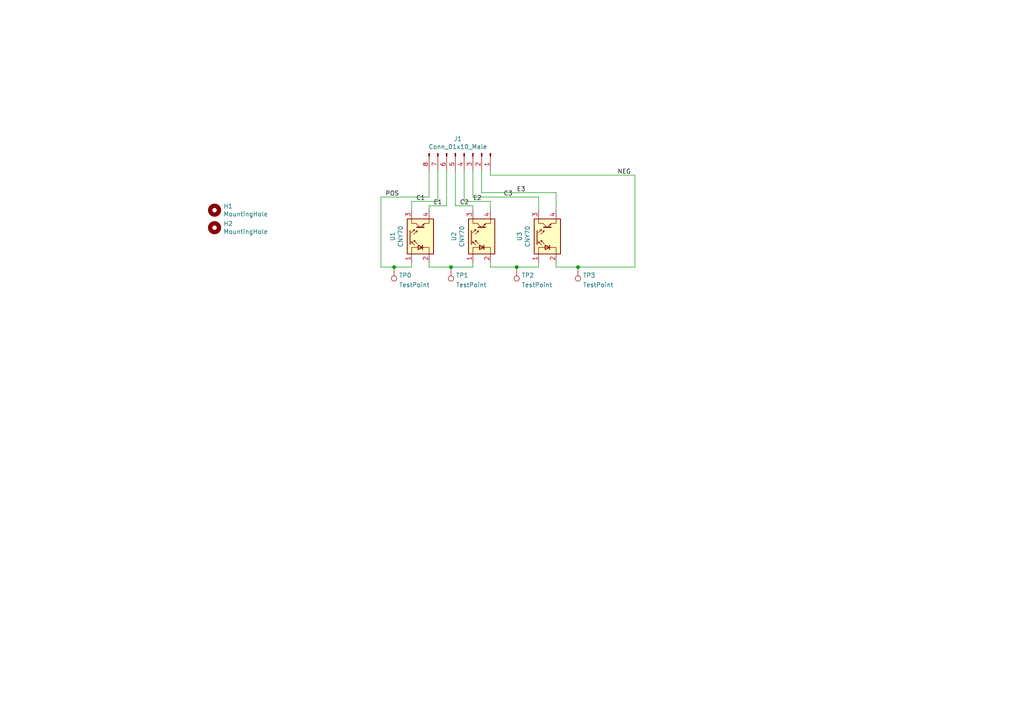
<source format=kicad_sch>
(kicad_sch (version 20211123) (generator eeschema)

  (uuid 0a7bd530-308f-472e-a3a1-c6642f4cc8a9)

  (paper "A4")

  (lib_symbols
    (symbol "Connector:Conn_01x08_Male" (pin_names (offset 1.016) hide) (in_bom yes) (on_board yes)
      (property "Reference" "J" (id 0) (at 0 10.16 0)
        (effects (font (size 1.27 1.27)))
      )
      (property "Value" "Conn_01x08_Male" (id 1) (at 0 -12.7 0)
        (effects (font (size 1.27 1.27)))
      )
      (property "Footprint" "" (id 2) (at 0 0 0)
        (effects (font (size 1.27 1.27)) hide)
      )
      (property "Datasheet" "~" (id 3) (at 0 0 0)
        (effects (font (size 1.27 1.27)) hide)
      )
      (property "ki_keywords" "connector" (id 4) (at 0 0 0)
        (effects (font (size 1.27 1.27)) hide)
      )
      (property "ki_description" "Generic connector, single row, 01x08, script generated (kicad-library-utils/schlib/autogen/connector/)" (id 5) (at 0 0 0)
        (effects (font (size 1.27 1.27)) hide)
      )
      (property "ki_fp_filters" "Connector*:*_1x??_*" (id 6) (at 0 0 0)
        (effects (font (size 1.27 1.27)) hide)
      )
      (symbol "Conn_01x08_Male_1_1"
        (polyline
          (pts
            (xy 1.27 -10.16)
            (xy 0.8636 -10.16)
          )
          (stroke (width 0.1524) (type default) (color 0 0 0 0))
          (fill (type none))
        )
        (polyline
          (pts
            (xy 1.27 -7.62)
            (xy 0.8636 -7.62)
          )
          (stroke (width 0.1524) (type default) (color 0 0 0 0))
          (fill (type none))
        )
        (polyline
          (pts
            (xy 1.27 -5.08)
            (xy 0.8636 -5.08)
          )
          (stroke (width 0.1524) (type default) (color 0 0 0 0))
          (fill (type none))
        )
        (polyline
          (pts
            (xy 1.27 -2.54)
            (xy 0.8636 -2.54)
          )
          (stroke (width 0.1524) (type default) (color 0 0 0 0))
          (fill (type none))
        )
        (polyline
          (pts
            (xy 1.27 0)
            (xy 0.8636 0)
          )
          (stroke (width 0.1524) (type default) (color 0 0 0 0))
          (fill (type none))
        )
        (polyline
          (pts
            (xy 1.27 2.54)
            (xy 0.8636 2.54)
          )
          (stroke (width 0.1524) (type default) (color 0 0 0 0))
          (fill (type none))
        )
        (polyline
          (pts
            (xy 1.27 5.08)
            (xy 0.8636 5.08)
          )
          (stroke (width 0.1524) (type default) (color 0 0 0 0))
          (fill (type none))
        )
        (polyline
          (pts
            (xy 1.27 7.62)
            (xy 0.8636 7.62)
          )
          (stroke (width 0.1524) (type default) (color 0 0 0 0))
          (fill (type none))
        )
        (rectangle (start 0.8636 -10.033) (end 0 -10.287)
          (stroke (width 0.1524) (type default) (color 0 0 0 0))
          (fill (type outline))
        )
        (rectangle (start 0.8636 -7.493) (end 0 -7.747)
          (stroke (width 0.1524) (type default) (color 0 0 0 0))
          (fill (type outline))
        )
        (rectangle (start 0.8636 -4.953) (end 0 -5.207)
          (stroke (width 0.1524) (type default) (color 0 0 0 0))
          (fill (type outline))
        )
        (rectangle (start 0.8636 -2.413) (end 0 -2.667)
          (stroke (width 0.1524) (type default) (color 0 0 0 0))
          (fill (type outline))
        )
        (rectangle (start 0.8636 0.127) (end 0 -0.127)
          (stroke (width 0.1524) (type default) (color 0 0 0 0))
          (fill (type outline))
        )
        (rectangle (start 0.8636 2.667) (end 0 2.413)
          (stroke (width 0.1524) (type default) (color 0 0 0 0))
          (fill (type outline))
        )
        (rectangle (start 0.8636 5.207) (end 0 4.953)
          (stroke (width 0.1524) (type default) (color 0 0 0 0))
          (fill (type outline))
        )
        (rectangle (start 0.8636 7.747) (end 0 7.493)
          (stroke (width 0.1524) (type default) (color 0 0 0 0))
          (fill (type outline))
        )
        (pin passive line (at 5.08 7.62 180) (length 3.81)
          (name "Pin_1" (effects (font (size 1.27 1.27))))
          (number "1" (effects (font (size 1.27 1.27))))
        )
        (pin passive line (at 5.08 5.08 180) (length 3.81)
          (name "Pin_2" (effects (font (size 1.27 1.27))))
          (number "2" (effects (font (size 1.27 1.27))))
        )
        (pin passive line (at 5.08 2.54 180) (length 3.81)
          (name "Pin_3" (effects (font (size 1.27 1.27))))
          (number "3" (effects (font (size 1.27 1.27))))
        )
        (pin passive line (at 5.08 0 180) (length 3.81)
          (name "Pin_4" (effects (font (size 1.27 1.27))))
          (number "4" (effects (font (size 1.27 1.27))))
        )
        (pin passive line (at 5.08 -2.54 180) (length 3.81)
          (name "Pin_5" (effects (font (size 1.27 1.27))))
          (number "5" (effects (font (size 1.27 1.27))))
        )
        (pin passive line (at 5.08 -5.08 180) (length 3.81)
          (name "Pin_6" (effects (font (size 1.27 1.27))))
          (number "6" (effects (font (size 1.27 1.27))))
        )
        (pin passive line (at 5.08 -7.62 180) (length 3.81)
          (name "Pin_7" (effects (font (size 1.27 1.27))))
          (number "7" (effects (font (size 1.27 1.27))))
        )
        (pin passive line (at 5.08 -10.16 180) (length 3.81)
          (name "Pin_8" (effects (font (size 1.27 1.27))))
          (number "8" (effects (font (size 1.27 1.27))))
        )
      )
    )
    (symbol "Connector:TestPoint" (pin_numbers hide) (pin_names (offset 0.762) hide) (in_bom yes) (on_board yes)
      (property "Reference" "TP" (id 0) (at 0 6.858 0)
        (effects (font (size 1.27 1.27)))
      )
      (property "Value" "TestPoint" (id 1) (at 0 5.08 0)
        (effects (font (size 1.27 1.27)))
      )
      (property "Footprint" "" (id 2) (at 5.08 0 0)
        (effects (font (size 1.27 1.27)) hide)
      )
      (property "Datasheet" "~" (id 3) (at 5.08 0 0)
        (effects (font (size 1.27 1.27)) hide)
      )
      (property "ki_keywords" "test point tp" (id 4) (at 0 0 0)
        (effects (font (size 1.27 1.27)) hide)
      )
      (property "ki_description" "test point" (id 5) (at 0 0 0)
        (effects (font (size 1.27 1.27)) hide)
      )
      (property "ki_fp_filters" "Pin* Test*" (id 6) (at 0 0 0)
        (effects (font (size 1.27 1.27)) hide)
      )
      (symbol "TestPoint_0_1"
        (circle (center 0 3.302) (radius 0.762)
          (stroke (width 0) (type default) (color 0 0 0 0))
          (fill (type none))
        )
      )
      (symbol "TestPoint_1_1"
        (pin passive line (at 0 0 90) (length 2.54)
          (name "1" (effects (font (size 1.27 1.27))))
          (number "1" (effects (font (size 1.27 1.27))))
        )
      )
    )
    (symbol "Mechanical:MountingHole" (pin_names (offset 1.016)) (in_bom yes) (on_board yes)
      (property "Reference" "H" (id 0) (at 0 5.08 0)
        (effects (font (size 1.27 1.27)))
      )
      (property "Value" "MountingHole" (id 1) (at 0 3.175 0)
        (effects (font (size 1.27 1.27)))
      )
      (property "Footprint" "" (id 2) (at 0 0 0)
        (effects (font (size 1.27 1.27)) hide)
      )
      (property "Datasheet" "~" (id 3) (at 0 0 0)
        (effects (font (size 1.27 1.27)) hide)
      )
      (property "ki_keywords" "mounting hole" (id 4) (at 0 0 0)
        (effects (font (size 1.27 1.27)) hide)
      )
      (property "ki_description" "Mounting Hole without connection" (id 5) (at 0 0 0)
        (effects (font (size 1.27 1.27)) hide)
      )
      (property "ki_fp_filters" "MountingHole*" (id 6) (at 0 0 0)
        (effects (font (size 1.27 1.27)) hide)
      )
      (symbol "MountingHole_0_1"
        (circle (center 0 0) (radius 1.27)
          (stroke (width 1.27) (type default) (color 0 0 0 0))
          (fill (type none))
        )
      )
    )
    (symbol "Sensor_Proximity:CNY70" (pin_names (offset 1.016) hide) (in_bom yes) (on_board yes)
      (property "Reference" "U" (id 0) (at -5.08 5.08 0)
        (effects (font (size 1.27 1.27)))
      )
      (property "Value" "CNY70" (id 1) (at 5.08 5.08 0)
        (effects (font (size 1.27 1.27)) (justify right))
      )
      (property "Footprint" "OptoDevice:Vishay_CNY70" (id 2) (at 0 -5.08 0)
        (effects (font (size 1.27 1.27)) hide)
      )
      (property "Datasheet" "https://www.vishay.com/docs/83751/cny70.pdf" (id 3) (at 0 2.54 0)
        (effects (font (size 1.27 1.27)) hide)
      )
      (property "ki_keywords" "Reflective Optical Sensor Opto" (id 4) (at 0 0 0)
        (effects (font (size 1.27 1.27)) hide)
      )
      (property "ki_description" "Reflective Optical Sensor with Transistor Output" (id 5) (at 0 0 0)
        (effects (font (size 1.27 1.27)) hide)
      )
      (property "ki_fp_filters" "Vishay*CNY70*" (id 6) (at 0 0 0)
        (effects (font (size 1.27 1.27)) hide)
      )
      (symbol "CNY70_0_1"
        (polyline
          (pts
            (xy -3.81 -0.635)
            (xy -2.54 -0.635)
          )
          (stroke (width 0.254) (type default) (color 0 0 0 0))
          (fill (type none))
        )
        (polyline
          (pts
            (xy -2.286 2.921)
            (xy -2.032 3.175)
          )
          (stroke (width 0) (type default) (color 0 0 0 0))
          (fill (type none))
        )
        (polyline
          (pts
            (xy -1.778 2.921)
            (xy -1.524 3.175)
          )
          (stroke (width 0) (type default) (color 0 0 0 0))
          (fill (type none))
        )
        (polyline
          (pts
            (xy -1.524 2.667)
            (xy -1.651 2.159)
          )
          (stroke (width 0) (type default) (color 0 0 0 0))
          (fill (type none))
        )
        (polyline
          (pts
            (xy -1.27 2.921)
            (xy -1.016 3.175)
          )
          (stroke (width 0) (type default) (color 0 0 0 0))
          (fill (type none))
        )
        (polyline
          (pts
            (xy -1.143 1.905)
            (xy -1.27 1.397)
          )
          (stroke (width 0) (type default) (color 0 0 0 0))
          (fill (type none))
        )
        (polyline
          (pts
            (xy -0.762 2.921)
            (xy -0.508 3.175)
          )
          (stroke (width 0) (type default) (color 0 0 0 0))
          (fill (type none))
        )
        (polyline
          (pts
            (xy -0.254 2.921)
            (xy 0 3.175)
          )
          (stroke (width 0) (type default) (color 0 0 0 0))
          (fill (type none))
        )
        (polyline
          (pts
            (xy 0.254 2.921)
            (xy 0.508 3.175)
          )
          (stroke (width 0) (type default) (color 0 0 0 0))
          (fill (type none))
        )
        (polyline
          (pts
            (xy 0.762 2.921)
            (xy 1.016 3.175)
          )
          (stroke (width 0) (type default) (color 0 0 0 0))
          (fill (type none))
        )
        (polyline
          (pts
            (xy 1.27 2.921)
            (xy 1.524 3.175)
          )
          (stroke (width 0) (type default) (color 0 0 0 0))
          (fill (type none))
        )
        (polyline
          (pts
            (xy 1.651 0.889)
            (xy 1.143 1.016)
          )
          (stroke (width 0) (type default) (color 0 0 0 0))
          (fill (type none))
        )
        (polyline
          (pts
            (xy 1.778 2.921)
            (xy -2.413 2.921)
          )
          (stroke (width 0) (type default) (color 0 0 0 0))
          (fill (type none))
        )
        (polyline
          (pts
            (xy 2.032 1.651)
            (xy 1.524 1.778)
          )
          (stroke (width 0) (type default) (color 0 0 0 0))
          (fill (type none))
        )
        (polyline
          (pts
            (xy 2.667 -0.127)
            (xy 3.81 -1.27)
          )
          (stroke (width 0) (type default) (color 0 0 0 0))
          (fill (type none))
        )
        (polyline
          (pts
            (xy 2.667 0.127)
            (xy 3.81 1.27)
          )
          (stroke (width 0) (type default) (color 0 0 0 0))
          (fill (type none))
        )
        (polyline
          (pts
            (xy -2.54 1.651)
            (xy -1.524 2.667)
            (xy -2.032 2.54)
          )
          (stroke (width 0) (type default) (color 0 0 0 0))
          (fill (type none))
        )
        (polyline
          (pts
            (xy -2.159 0.889)
            (xy -1.143 1.905)
            (xy -1.651 1.778)
          )
          (stroke (width 0) (type default) (color 0 0 0 0))
          (fill (type none))
        )
        (polyline
          (pts
            (xy 0.635 1.905)
            (xy 1.651 0.889)
            (xy 1.524 1.397)
          )
          (stroke (width 0) (type default) (color 0 0 0 0))
          (fill (type none))
        )
        (polyline
          (pts
            (xy 1.016 2.667)
            (xy 2.032 1.651)
            (xy 1.905 2.159)
          )
          (stroke (width 0) (type default) (color 0 0 0 0))
          (fill (type none))
        )
        (polyline
          (pts
            (xy 2.667 1.016)
            (xy 2.667 -1.016)
            (xy 2.667 -1.016)
          )
          (stroke (width 0.3556) (type default) (color 0 0 0 0))
          (fill (type none))
        )
        (polyline
          (pts
            (xy 3.81 -1.27)
            (xy 3.81 -2.54)
            (xy 5.08 -2.54)
          )
          (stroke (width 0) (type default) (color 0 0 0 0))
          (fill (type none))
        )
        (polyline
          (pts
            (xy 3.81 1.27)
            (xy 3.81 2.54)
            (xy 5.08 2.54)
          )
          (stroke (width 0) (type default) (color 0 0 0 0))
          (fill (type none))
        )
        (polyline
          (pts
            (xy -5.08 -2.54)
            (xy -3.175 -2.54)
            (xy -3.175 2.54)
            (xy -5.08 2.54)
          )
          (stroke (width 0) (type default) (color 0 0 0 0))
          (fill (type none))
        )
        (polyline
          (pts
            (xy -3.175 -0.635)
            (xy -3.81 0.635)
            (xy -2.54 0.635)
            (xy -3.175 -0.635)
          )
          (stroke (width 0.254) (type default) (color 0 0 0 0))
          (fill (type none))
        )
        (polyline
          (pts
            (xy 3.683 -1.143)
            (xy 3.429 -0.635)
            (xy 3.175 -0.889)
            (xy 3.683 -1.143)
          )
          (stroke (width 0) (type default) (color 0 0 0 0))
          (fill (type none))
        )
        (polyline
          (pts
            (xy -5.08 -3.81)
            (xy 5.08 -3.81)
            (xy 5.08 3.81)
            (xy -5.08 3.81)
            (xy -5.08 -3.81)
          )
          (stroke (width 0.254) (type default) (color 0 0 0 0))
          (fill (type background))
        )
      )
      (symbol "CNY70_1_1"
        (pin passive line (at -7.62 2.54 0) (length 2.54)
          (name "A" (effects (font (size 1.27 1.27))))
          (number "1" (effects (font (size 1.27 1.27))))
        )
        (pin passive line (at -7.62 -2.54 0) (length 2.54)
          (name "K" (effects (font (size 1.27 1.27))))
          (number "2" (effects (font (size 1.27 1.27))))
        )
        (pin open_collector line (at 7.62 2.54 180) (length 2.54)
          (name "C" (effects (font (size 1.27 1.27))))
          (number "3" (effects (font (size 1.27 1.27))))
        )
        (pin open_emitter line (at 7.62 -2.54 180) (length 2.54)
          (name "E" (effects (font (size 1.27 1.27))))
          (number "4" (effects (font (size 1.27 1.27))))
        )
      )
    )
  )

  (junction (at 167.64 77.47) (diameter 0) (color 0 0 0 0)
    (uuid 1ed499ae-189a-48e0-b6ee-2e0e773a96f4)
  )
  (junction (at 130.81 77.47) (diameter 0) (color 0 0 0 0)
    (uuid 2d3606cb-4051-4072-a225-14ffee6def6b)
  )
  (junction (at 114.3 77.47) (diameter 0) (color 0 0 0 0)
    (uuid 6c01c6c6-9aa0-49a3-ba83-8ccbc4eaecda)
  )
  (junction (at 149.86 77.47) (diameter 0) (color 0 0 0 0)
    (uuid e86176a2-ffd5-408f-b297-a6d1a1702e5b)
  )

  (wire (pts (xy 130.81 77.47) (xy 137.16 77.47))
    (stroke (width 0) (type default) (color 0 0 0 0))
    (uuid 00235abb-ef98-4d01-b725-a9a7410c9b87)
  )
  (wire (pts (xy 132.08 49.53) (xy 132.08 59.69))
    (stroke (width 0) (type default) (color 0 0 0 0))
    (uuid 02c6efbb-e2ec-4278-ae62-5b9db928b782)
  )
  (wire (pts (xy 134.62 58.42) (xy 142.24 58.42))
    (stroke (width 0) (type default) (color 0 0 0 0))
    (uuid 0ad7ddd9-c6b9-42a2-acfa-21cc811795bd)
  )
  (wire (pts (xy 124.46 76.2) (xy 124.46 77.47))
    (stroke (width 0) (type default) (color 0 0 0 0))
    (uuid 0b4e5d23-da3f-42ed-b306-b72a783421e1)
  )
  (wire (pts (xy 156.21 57.15) (xy 156.21 60.96))
    (stroke (width 0) (type default) (color 0 0 0 0))
    (uuid 1c533702-5c42-43b2-ba32-ef6bfb90dee2)
  )
  (wire (pts (xy 161.29 77.47) (xy 167.64 77.47))
    (stroke (width 0) (type default) (color 0 0 0 0))
    (uuid 1d3dc232-6af2-49de-8d34-3c8902a3900c)
  )
  (wire (pts (xy 142.24 50.8) (xy 142.24 49.53))
    (stroke (width 0) (type default) (color 0 0 0 0))
    (uuid 3490b26b-ddcd-4a7b-bc2b-75212be32b9a)
  )
  (wire (pts (xy 134.62 49.53) (xy 134.62 58.42))
    (stroke (width 0) (type default) (color 0 0 0 0))
    (uuid 394bf056-4fcd-4bef-83a8-b9e06612d122)
  )
  (wire (pts (xy 110.49 77.47) (xy 114.3 77.47))
    (stroke (width 0) (type default) (color 0 0 0 0))
    (uuid 3a5b9a2c-8a61-4fb4-950d-2019a00cb66e)
  )
  (wire (pts (xy 124.46 57.15) (xy 110.49 57.15))
    (stroke (width 0) (type default) (color 0 0 0 0))
    (uuid 4125a107-e7a0-4aba-bd60-6ba0ae9b01c2)
  )
  (wire (pts (xy 114.3 77.47) (xy 119.38 77.47))
    (stroke (width 0) (type default) (color 0 0 0 0))
    (uuid 4c2468df-c996-4204-ad6c-64261fb529eb)
  )
  (wire (pts (xy 137.16 57.15) (xy 137.16 49.53))
    (stroke (width 0) (type default) (color 0 0 0 0))
    (uuid 58c4857b-b068-4140-8935-57de9b8c3c07)
  )
  (wire (pts (xy 124.46 77.47) (xy 130.81 77.47))
    (stroke (width 0) (type default) (color 0 0 0 0))
    (uuid 5bd803d0-a1c4-418d-8427-0dde068d5c7b)
  )
  (wire (pts (xy 110.49 57.15) (xy 110.49 77.47))
    (stroke (width 0) (type default) (color 0 0 0 0))
    (uuid 667b9897-04bc-448b-82b2-de0fc864d076)
  )
  (wire (pts (xy 137.16 77.47) (xy 137.16 76.2))
    (stroke (width 0) (type default) (color 0 0 0 0))
    (uuid 66a55649-7561-483e-a895-6a95c97ff43a)
  )
  (wire (pts (xy 132.08 59.69) (xy 137.16 59.69))
    (stroke (width 0) (type default) (color 0 0 0 0))
    (uuid 680d5456-0c4e-42d0-ae0b-a9f715b4feaf)
  )
  (wire (pts (xy 156.21 77.47) (xy 156.21 76.2))
    (stroke (width 0) (type default) (color 0 0 0 0))
    (uuid 6ba8f097-4d08-435a-998c-d03147fff9a9)
  )
  (wire (pts (xy 149.86 77.47) (xy 156.21 77.47))
    (stroke (width 0) (type default) (color 0 0 0 0))
    (uuid 7b95cbcd-b3a4-425e-af0d-48b756c45926)
  )
  (wire (pts (xy 124.46 59.69) (xy 129.54 59.69))
    (stroke (width 0) (type default) (color 0 0 0 0))
    (uuid 7c0229c6-5934-4dd8-8313-849d73b97e2a)
  )
  (wire (pts (xy 119.38 58.42) (xy 119.38 60.96))
    (stroke (width 0) (type default) (color 0 0 0 0))
    (uuid 7d7f31fa-7d98-4e16-a06a-9897372193a6)
  )
  (wire (pts (xy 124.46 49.53) (xy 124.46 57.15))
    (stroke (width 0) (type default) (color 0 0 0 0))
    (uuid 826f9e8a-32ca-488a-9c0f-ba968f6909c1)
  )
  (wire (pts (xy 127 49.53) (xy 127 58.42))
    (stroke (width 0) (type default) (color 0 0 0 0))
    (uuid 86673908-b552-4cdb-8072-f49acba908a7)
  )
  (wire (pts (xy 137.16 57.15) (xy 156.21 57.15))
    (stroke (width 0) (type default) (color 0 0 0 0))
    (uuid 875c29b3-34af-424e-932a-e02bbfc5c48c)
  )
  (wire (pts (xy 184.15 77.47) (xy 167.64 77.47))
    (stroke (width 0) (type default) (color 0 0 0 0))
    (uuid 94a15a5c-f40e-4eff-ba03-34864f6c1260)
  )
  (wire (pts (xy 127 58.42) (xy 119.38 58.42))
    (stroke (width 0) (type default) (color 0 0 0 0))
    (uuid 9ceceb67-4aa2-470c-b2ad-54f713965615)
  )
  (wire (pts (xy 124.46 60.96) (xy 124.46 59.69))
    (stroke (width 0) (type default) (color 0 0 0 0))
    (uuid a63fb1ee-0fb6-43c0-a439-b1d4a854010c)
  )
  (wire (pts (xy 119.38 77.47) (xy 119.38 76.2))
    (stroke (width 0) (type default) (color 0 0 0 0))
    (uuid b7786dc8-7172-4d85-b26b-7d84c891be54)
  )
  (wire (pts (xy 142.24 76.2) (xy 142.24 77.47))
    (stroke (width 0) (type default) (color 0 0 0 0))
    (uuid b9daff3e-fb8a-4fdd-999c-dfc98923ebf1)
  )
  (wire (pts (xy 142.24 77.47) (xy 149.86 77.47))
    (stroke (width 0) (type default) (color 0 0 0 0))
    (uuid c2cedebd-33c7-4889-9977-33f1c49e5e6f)
  )
  (wire (pts (xy 184.15 77.47) (xy 184.15 50.8))
    (stroke (width 0) (type default) (color 0 0 0 0))
    (uuid cd0e4276-367c-4b81-b27c-9d8133ea980a)
  )
  (wire (pts (xy 142.24 58.42) (xy 142.24 60.96))
    (stroke (width 0) (type default) (color 0 0 0 0))
    (uuid d89731e1-6e97-4507-b9f9-b61fcbd186f2)
  )
  (wire (pts (xy 139.7 49.53) (xy 139.7 55.88))
    (stroke (width 0) (type default) (color 0 0 0 0))
    (uuid de5f33e8-c731-47af-932a-e731d1669f68)
  )
  (wire (pts (xy 137.16 59.69) (xy 137.16 60.96))
    (stroke (width 0) (type default) (color 0 0 0 0))
    (uuid e493a38d-8dbf-4f35-9897-14e31fad797a)
  )
  (wire (pts (xy 161.29 55.88) (xy 161.29 60.96))
    (stroke (width 0) (type default) (color 0 0 0 0))
    (uuid e53ba57a-fb5b-448f-a77c-a6bfd077ef70)
  )
  (wire (pts (xy 129.54 59.69) (xy 129.54 49.53))
    (stroke (width 0) (type default) (color 0 0 0 0))
    (uuid ecaffff4-f2f3-41b5-aac7-0a2252e57502)
  )
  (wire (pts (xy 139.7 55.88) (xy 161.29 55.88))
    (stroke (width 0) (type default) (color 0 0 0 0))
    (uuid f948b3bc-936f-4dea-b597-56d2c6bb681a)
  )
  (wire (pts (xy 142.24 50.8) (xy 184.15 50.8))
    (stroke (width 0) (type default) (color 0 0 0 0))
    (uuid fe9d9e11-1ce3-476a-ba06-15e19e673a99)
  )
  (wire (pts (xy 161.29 76.2) (xy 161.29 77.47))
    (stroke (width 0) (type default) (color 0 0 0 0))
    (uuid ff61cf22-d1c9-405f-9415-977c484a803f)
  )

  (label "E3" (at 149.86 55.88 0)
    (effects (font (size 1.27 1.27)) (justify left bottom))
    (uuid 1ea4fcc5-ccb1-4862-b05f-bd5ed8827319)
  )
  (label "C3" (at 146.05 57.15 0)
    (effects (font (size 1.27 1.27)) (justify left bottom))
    (uuid 228a6da5-d93b-4ab5-8d2b-a04ff88d8283)
  )
  (label "E1" (at 125.73 59.69 0)
    (effects (font (size 1.27 1.27)) (justify left bottom))
    (uuid 36d09947-f050-4608-9081-007a72d09a60)
  )
  (label "NEG" (at 179.07 50.8 0)
    (effects (font (size 1.27 1.27)) (justify left bottom))
    (uuid 3fac7dae-abdd-40be-a5ea-244d3aa94eec)
  )
  (label "C1" (at 120.65 58.42 0)
    (effects (font (size 1.27 1.27)) (justify left bottom))
    (uuid 5a20a063-d5c5-4b0a-8aa1-2183075882ba)
  )
  (label "E2" (at 137.16 58.42 0)
    (effects (font (size 1.27 1.27)) (justify left bottom))
    (uuid 65da33b6-71ac-432a-8bda-3dcc548dcc44)
  )
  (label "C2" (at 133.35 59.69 0)
    (effects (font (size 1.27 1.27)) (justify left bottom))
    (uuid 6a343d68-36ef-4c6f-bcf9-c594ba8d7d95)
  )
  (label "POS" (at 111.76 57.15 0)
    (effects (font (size 1.27 1.27)) (justify left bottom))
    (uuid 9a458650-0bcb-4412-a227-64373438204a)
  )

  (symbol (lib_id "Sensor_Proximity:CNY70") (at 121.92 68.58 90) (unit 1)
    (in_bom yes) (on_board yes)
    (uuid 00000000-0000-0000-0000-0000603b0913)
    (property "Reference" "U1" (id 0) (at 113.8682 68.58 0))
    (property "Value" "CNY70" (id 1) (at 116.1796 68.58 0))
    (property "Footprint" "OptoDevice:Vishay_CNY70" (id 2) (at 127 68.58 0)
      (effects (font (size 1.27 1.27)) hide)
    )
    (property "Datasheet" "https://www.vishay.com/docs/83751/cny70.pdf" (id 3) (at 119.38 68.58 0)
      (effects (font (size 1.27 1.27)) hide)
    )
    (pin "1" (uuid cf058f25-2bad-4c49-a0c4-f059825c427f))
    (pin "2" (uuid 4684bd5c-d6ff-4a61-939e-8734e6c74c3a))
    (pin "3" (uuid 78f48a94-b821-4b65-8ec6-dd89469e1860))
    (pin "4" (uuid f249c2ca-9875-4c92-aeb9-3c4a8a5a3f2a))
  )

  (symbol (lib_id "Sensor_Proximity:CNY70") (at 139.7 68.58 90) (unit 1)
    (in_bom yes) (on_board yes)
    (uuid 00000000-0000-0000-0000-0000603b3cb5)
    (property "Reference" "U2" (id 0) (at 131.6482 68.58 0))
    (property "Value" "CNY70" (id 1) (at 133.9596 68.58 0))
    (property "Footprint" "OptoDevice:Vishay_CNY70" (id 2) (at 144.78 68.58 0)
      (effects (font (size 1.27 1.27)) hide)
    )
    (property "Datasheet" "https://www.vishay.com/docs/83751/cny70.pdf" (id 3) (at 137.16 68.58 0)
      (effects (font (size 1.27 1.27)) hide)
    )
    (pin "1" (uuid 704c7396-e8ec-416e-9899-2d34278b4a54))
    (pin "2" (uuid cec5c445-cad6-4108-aedc-5c3dbc07730d))
    (pin "3" (uuid 22cf26dc-f41e-4e3e-bd6c-edbf7f2974ed))
    (pin "4" (uuid a5bba650-8884-44b6-a797-728282087074))
  )

  (symbol (lib_id "Mechanical:MountingHole") (at 62.23 60.96 0) (unit 1)
    (in_bom yes) (on_board yes)
    (uuid 00000000-0000-0000-0000-0000603b60f7)
    (property "Reference" "H1" (id 0) (at 64.77 59.7916 0)
      (effects (font (size 1.27 1.27)) (justify left))
    )
    (property "Value" "MountingHole" (id 1) (at 64.77 62.103 0)
      (effects (font (size 1.27 1.27)) (justify left))
    )
    (property "Footprint" "Mounting_Holes:MountingHole_3.2mm_M3" (id 2) (at 62.23 60.96 0)
      (effects (font (size 1.27 1.27)) hide)
    )
    (property "Datasheet" "~" (id 3) (at 62.23 60.96 0)
      (effects (font (size 1.27 1.27)) hide)
    )
  )

  (symbol (lib_id "Sensor_Proximity:CNY70") (at 158.75 68.58 90) (unit 1)
    (in_bom yes) (on_board yes)
    (uuid 00000000-0000-0000-0000-0000603c1ced)
    (property "Reference" "U3" (id 0) (at 150.6982 68.58 0))
    (property "Value" "CNY70" (id 1) (at 153.0096 68.58 0))
    (property "Footprint" "OptoDevice:Vishay_CNY70" (id 2) (at 163.83 68.58 0)
      (effects (font (size 1.27 1.27)) hide)
    )
    (property "Datasheet" "https://www.vishay.com/docs/83751/cny70.pdf" (id 3) (at 156.21 68.58 0)
      (effects (font (size 1.27 1.27)) hide)
    )
    (pin "1" (uuid 3c2ce915-0738-45e4-9565-c540f9c15ced))
    (pin "2" (uuid 53afdeef-1c67-4034-bc72-7f3e16d277e1))
    (pin "3" (uuid 63e7494d-b1cf-4811-976d-8b9b2686c05e))
    (pin "4" (uuid 8097dbb5-2158-4a2b-9d55-c1d8592f4533))
  )

  (symbol (lib_id "Connector:Conn_01x08_Male") (at 134.62 44.45 270) (unit 1)
    (in_bom yes) (on_board yes)
    (uuid 00000000-0000-0000-0000-0000603c3e3d)
    (property "Reference" "J1" (id 0) (at 132.7912 40.259 90))
    (property "Value" "Conn_01x10_Male" (id 1) (at 132.7912 42.5704 90))
    (property "Footprint" "Connector_PinHeader_2.54mm:PinHeader_1x08_P2.54mm_Horizontal" (id 2) (at 134.62 44.45 0)
      (effects (font (size 1.27 1.27)) hide)
    )
    (property "Datasheet" "~" (id 3) (at 134.62 44.45 0)
      (effects (font (size 1.27 1.27)) hide)
    )
    (pin "1" (uuid e7fdfa74-3133-475c-8eff-69f67b5d6d96))
    (pin "2" (uuid 0f845457-83b1-4681-8432-1f0b6a56972d))
    (pin "3" (uuid 7c516d1c-50a2-44a2-8220-4d01906fc98e))
    (pin "4" (uuid 36760d4a-f556-46ce-84f1-a1c51caf80df))
    (pin "5" (uuid 562621b5-aaf4-4825-b4cc-f6f18d346218))
    (pin "6" (uuid 1612a5b0-134a-452a-95a8-7922964b9357))
    (pin "7" (uuid f9846810-4cbb-427f-8639-f3bc3c965923))
    (pin "8" (uuid 9b134edf-d643-481f-9970-5097e229522a))
  )

  (symbol (lib_id "Mechanical:MountingHole") (at 62.23 66.04 0) (unit 1)
    (in_bom yes) (on_board yes)
    (uuid 00000000-0000-0000-0000-0000603cb54a)
    (property "Reference" "H2" (id 0) (at 64.77 64.8716 0)
      (effects (font (size 1.27 1.27)) (justify left))
    )
    (property "Value" "MountingHole" (id 1) (at 64.77 67.183 0)
      (effects (font (size 1.27 1.27)) (justify left))
    )
    (property "Footprint" "Mounting_Holes:MountingHole_3.2mm_M3" (id 2) (at 62.23 66.04 0)
      (effects (font (size 1.27 1.27)) hide)
    )
    (property "Datasheet" "~" (id 3) (at 62.23 66.04 0)
      (effects (font (size 1.27 1.27)) hide)
    )
  )

  (symbol (lib_id "Connector:TestPoint") (at 149.86 77.47 180) (unit 1)
    (in_bom yes) (on_board yes) (fields_autoplaced)
    (uuid 31a6abab-2a1c-4858-a076-141d460f469b)
    (property "Reference" "TP2" (id 0) (at 151.257 79.8635 0)
      (effects (font (size 1.27 1.27)) (justify right))
    )
    (property "Value" "TestPoint" (id 1) (at 151.257 82.6386 0)
      (effects (font (size 1.27 1.27)) (justify right))
    )
    (property "Footprint" "TestPoint:TestPoint_Pad_1.0x1.0mm" (id 2) (at 144.78 77.47 0)
      (effects (font (size 1.27 1.27)) hide)
    )
    (property "Datasheet" "~" (id 3) (at 144.78 77.47 0)
      (effects (font (size 1.27 1.27)) hide)
    )
    (pin "1" (uuid b7a81511-f5c9-4dd3-b797-f8b13d4f2234))
  )

  (symbol (lib_id "Connector:TestPoint") (at 114.3 77.47 180) (unit 1)
    (in_bom yes) (on_board yes) (fields_autoplaced)
    (uuid 564eaa64-508e-4e11-a682-138ee51ad012)
    (property "Reference" "TP0" (id 0) (at 115.697 79.8635 0)
      (effects (font (size 1.27 1.27)) (justify right))
    )
    (property "Value" "TestPoint" (id 1) (at 115.697 82.6386 0)
      (effects (font (size 1.27 1.27)) (justify right))
    )
    (property "Footprint" "TestPoint:TestPoint_Pad_1.0x1.0mm" (id 2) (at 109.22 77.47 0)
      (effects (font (size 1.27 1.27)) hide)
    )
    (property "Datasheet" "~" (id 3) (at 109.22 77.47 0)
      (effects (font (size 1.27 1.27)) hide)
    )
    (pin "1" (uuid aeb7b709-1f97-49d5-863e-344436e6d51c))
  )

  (symbol (lib_id "Connector:TestPoint") (at 130.81 77.47 180) (unit 1)
    (in_bom yes) (on_board yes) (fields_autoplaced)
    (uuid eaac0329-8cda-470a-89fd-676bf07e300c)
    (property "Reference" "TP1" (id 0) (at 132.207 79.8635 0)
      (effects (font (size 1.27 1.27)) (justify right))
    )
    (property "Value" "TestPoint" (id 1) (at 132.207 82.6386 0)
      (effects (font (size 1.27 1.27)) (justify right))
    )
    (property "Footprint" "TestPoint:TestPoint_Pad_1.0x1.0mm" (id 2) (at 125.73 77.47 0)
      (effects (font (size 1.27 1.27)) hide)
    )
    (property "Datasheet" "~" (id 3) (at 125.73 77.47 0)
      (effects (font (size 1.27 1.27)) hide)
    )
    (pin "1" (uuid 6b20b3c3-f89e-42dc-9475-7b682bfcdc3e))
  )

  (symbol (lib_id "Connector:TestPoint") (at 167.64 77.47 180) (unit 1)
    (in_bom yes) (on_board yes) (fields_autoplaced)
    (uuid fb2ffc9e-94fe-4e7a-baf2-19392465e5a7)
    (property "Reference" "TP3" (id 0) (at 169.037 79.8635 0)
      (effects (font (size 1.27 1.27)) (justify right))
    )
    (property "Value" "TestPoint" (id 1) (at 169.037 82.6386 0)
      (effects (font (size 1.27 1.27)) (justify right))
    )
    (property "Footprint" "TestPoint:TestPoint_Pad_1.0x1.0mm" (id 2) (at 162.56 77.47 0)
      (effects (font (size 1.27 1.27)) hide)
    )
    (property "Datasheet" "~" (id 3) (at 162.56 77.47 0)
      (effects (font (size 1.27 1.27)) hide)
    )
    (pin "1" (uuid 337a903e-e325-4bb4-908a-6753459a3eff))
  )

  (sheet_instances
    (path "/" (page "1"))
  )

  (symbol_instances
    (path "/00000000-0000-0000-0000-0000603b60f7"
      (reference "H1") (unit 1) (value "MountingHole") (footprint "Mounting_Holes:MountingHole_3.2mm_M3")
    )
    (path "/00000000-0000-0000-0000-0000603cb54a"
      (reference "H2") (unit 1) (value "MountingHole") (footprint "Mounting_Holes:MountingHole_3.2mm_M3")
    )
    (path "/00000000-0000-0000-0000-0000603c3e3d"
      (reference "J1") (unit 1) (value "Conn_01x10_Male") (footprint "Connector_PinHeader_2.54mm:PinHeader_1x08_P2.54mm_Horizontal")
    )
    (path "/564eaa64-508e-4e11-a682-138ee51ad012"
      (reference "TP0") (unit 1) (value "TestPoint") (footprint "TestPoint:TestPoint_Pad_1.0x1.0mm")
    )
    (path "/eaac0329-8cda-470a-89fd-676bf07e300c"
      (reference "TP1") (unit 1) (value "TestPoint") (footprint "TestPoint:TestPoint_Pad_1.0x1.0mm")
    )
    (path "/31a6abab-2a1c-4858-a076-141d460f469b"
      (reference "TP2") (unit 1) (value "TestPoint") (footprint "TestPoint:TestPoint_Pad_1.0x1.0mm")
    )
    (path "/fb2ffc9e-94fe-4e7a-baf2-19392465e5a7"
      (reference "TP3") (unit 1) (value "TestPoint") (footprint "TestPoint:TestPoint_Pad_1.0x1.0mm")
    )
    (path "/00000000-0000-0000-0000-0000603b0913"
      (reference "U1") (unit 1) (value "CNY70") (footprint "OptoDevice:Vishay_CNY70")
    )
    (path "/00000000-0000-0000-0000-0000603b3cb5"
      (reference "U2") (unit 1) (value "CNY70") (footprint "OptoDevice:Vishay_CNY70")
    )
    (path "/00000000-0000-0000-0000-0000603c1ced"
      (reference "U3") (unit 1) (value "CNY70") (footprint "OptoDevice:Vishay_CNY70")
    )
  )
)

</source>
